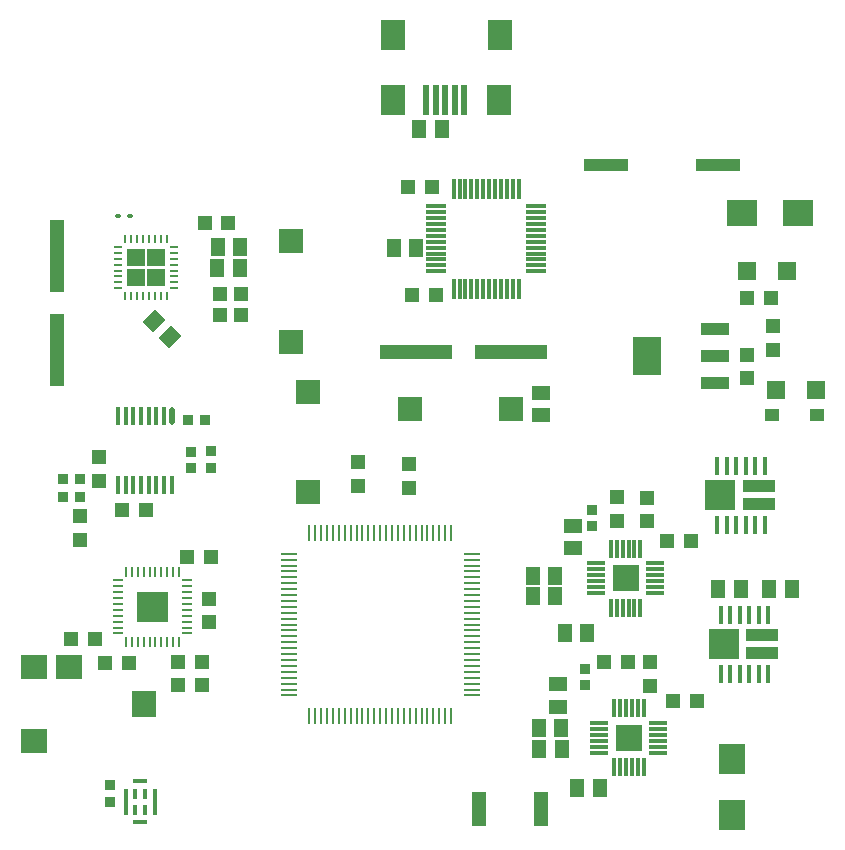
<source format=gtp>
G04*
G04 #@! TF.GenerationSoftware,Altium Limited,Altium Designer,20.0.2 (26)*
G04*
G04 Layer_Color=8421504*
%FSLAX25Y25*%
%MOIN*%
G70*
G01*
G75*
%ADD27R,0.05000X0.05000*%
%ADD28R,0.05000X0.05000*%
%ADD29R,0.03500X0.03500*%
%ADD30R,0.03500X0.03500*%
%ADD31R,0.01968X0.09843*%
G04:AMPARAMS|DCode=32|XSize=19.29mil|YSize=11.81mil|CornerRadius=1.48mil|HoleSize=0mil|Usage=FLASHONLY|Rotation=180.000|XOffset=0mil|YOffset=0mil|HoleType=Round|Shape=RoundedRectangle|*
%AMROUNDEDRECTD32*
21,1,0.01929,0.00886,0,0,180.0*
21,1,0.01634,0.01181,0,0,180.0*
1,1,0.00295,-0.00817,0.00443*
1,1,0.00295,0.00817,0.00443*
1,1,0.00295,0.00817,-0.00443*
1,1,0.00295,-0.00817,-0.00443*
%
%ADD32ROUNDEDRECTD32*%
%ADD33R,0.05118X0.05906*%
%ADD34R,0.09449X0.12992*%
%ADD35R,0.09449X0.03937*%
%ADD36R,0.09843X0.09055*%
%ADD37R,0.06000X0.06000*%
%ADD38R,0.15000X0.04331*%
%ADD39R,0.04724X0.04331*%
%ADD40R,0.09055X0.09843*%
%ADD41R,0.04921X0.11811*%
%ADD42R,0.05906X0.05118*%
%ADD43R,0.10236X0.10236*%
%ADD44R,0.10630X0.04331*%
%ADD45R,0.01575X0.05906*%
%ADD46R,0.01181X0.05906*%
%ADD47R,0.05906X0.01181*%
%ADD48R,0.09055X0.09055*%
%ADD49R,0.01000X0.05807*%
%ADD50R,0.05807X0.01000*%
%ADD51R,0.08465X0.08465*%
%ADD52R,0.07874X0.07874*%
%ADD53O,0.01772X0.05906*%
%ADD54R,0.01772X0.05906*%
%ADD55R,0.09055X0.08268*%
%ADD56R,0.09055X0.07874*%
%ADD57R,0.07874X0.09055*%
G04:AMPARAMS|DCode=58|XSize=33.07mil|YSize=9.84mil|CornerRadius=2.36mil|HoleSize=0mil|Usage=FLASHONLY|Rotation=90.000|XOffset=0mil|YOffset=0mil|HoleType=Round|Shape=RoundedRectangle|*
%AMROUNDEDRECTD58*
21,1,0.03307,0.00512,0,0,90.0*
21,1,0.02835,0.00984,0,0,90.0*
1,1,0.00472,0.00256,0.01417*
1,1,0.00472,0.00256,-0.01417*
1,1,0.00472,-0.00256,-0.01417*
1,1,0.00472,-0.00256,0.01417*
%
%ADD58ROUNDEDRECTD58*%
G04:AMPARAMS|DCode=59|XSize=33.07mil|YSize=9.84mil|CornerRadius=2.36mil|HoleSize=0mil|Usage=FLASHONLY|Rotation=0.000|XOffset=0mil|YOffset=0mil|HoleType=Round|Shape=RoundedRectangle|*
%AMROUNDEDRECTD59*
21,1,0.03307,0.00512,0,0,0.0*
21,1,0.02835,0.00984,0,0,0.0*
1,1,0.00472,0.01417,-0.00256*
1,1,0.00472,-0.01417,-0.00256*
1,1,0.00472,-0.01417,0.00256*
1,1,0.00472,0.01417,0.00256*
%
%ADD59ROUNDEDRECTD59*%
%ADD60R,0.01378X0.09055*%
%ADD61R,0.05118X0.01378*%
%ADD62R,0.01575X0.03740*%
%ADD63R,0.04724X0.04724*%
G04:AMPARAMS|DCode=64|XSize=23.62mil|YSize=9.84mil|CornerRadius=1.23mil|HoleSize=0mil|Usage=FLASHONLY|Rotation=0.000|XOffset=0mil|YOffset=0mil|HoleType=Round|Shape=RoundedRectangle|*
%AMROUNDEDRECTD64*
21,1,0.02362,0.00738,0,0,0.0*
21,1,0.02116,0.00984,0,0,0.0*
1,1,0.00246,0.01058,-0.00369*
1,1,0.00246,-0.01058,-0.00369*
1,1,0.00246,-0.01058,0.00369*
1,1,0.00246,0.01058,0.00369*
%
%ADD64ROUNDEDRECTD64*%
G04:AMPARAMS|DCode=65|XSize=23.62mil|YSize=9.84mil|CornerRadius=1.23mil|HoleSize=0mil|Usage=FLASHONLY|Rotation=270.000|XOffset=0mil|YOffset=0mil|HoleType=Round|Shape=RoundedRectangle|*
%AMROUNDEDRECTD65*
21,1,0.02362,0.00738,0,0,270.0*
21,1,0.02116,0.00984,0,0,270.0*
1,1,0.00246,-0.00369,-0.01058*
1,1,0.00246,-0.00369,0.01058*
1,1,0.00246,0.00369,0.01058*
1,1,0.00246,0.00369,-0.01058*
%
%ADD65ROUNDEDRECTD65*%
G04:AMPARAMS|DCode=66|XSize=51.18mil|YSize=59.06mil|CornerRadius=0mil|HoleSize=0mil|Usage=FLASHONLY|Rotation=315.000|XOffset=0mil|YOffset=0mil|HoleType=Round|Shape=Rectangle|*
%AMROTATEDRECTD66*
4,1,4,-0.03897,-0.00278,0.00278,0.03897,0.03897,0.00278,-0.00278,-0.03897,-0.03897,-0.00278,0.0*
%
%ADD66ROTATEDRECTD66*%

%ADD67R,0.04724X0.24000*%
%ADD68R,0.07874X0.09843*%
%ADD69R,0.01181X0.06693*%
%ADD70R,0.06693X0.01181*%
%ADD71R,0.24000X0.04724*%
%ADD72R,0.08465X0.08465*%
%ADD73R,0.07874X0.07874*%
G36*
X10760Y188894D02*
X4894D01*
Y194760D01*
X10760D01*
Y188894D01*
D02*
G37*
G36*
X4106D02*
X-1760D01*
Y194760D01*
X4106D01*
Y188894D01*
D02*
G37*
G36*
X10760Y182240D02*
X4894D01*
Y188106D01*
X10760D01*
Y182240D01*
D02*
G37*
G36*
X4106D02*
X-1760D01*
Y188106D01*
X4106D01*
Y182240D01*
D02*
G37*
G36*
X11818Y70272D02*
X1572D01*
Y80518D01*
X11818D01*
Y70272D01*
D02*
G37*
D27*
X75200Y123637D02*
D03*
Y115763D02*
D03*
X92300Y123037D02*
D03*
Y115163D02*
D03*
X25600Y70263D02*
D03*
Y78137D02*
D03*
X-11000Y117463D02*
D03*
Y125337D02*
D03*
X-17400Y105537D02*
D03*
Y97663D02*
D03*
X213400Y161163D02*
D03*
Y169037D02*
D03*
X205000Y159437D02*
D03*
Y151563D02*
D03*
X172700Y49163D02*
D03*
Y57037D02*
D03*
X161600Y111937D02*
D03*
Y104063D02*
D03*
X171400Y103926D02*
D03*
Y111800D02*
D03*
D28*
X18163Y92100D02*
D03*
X26037D02*
D03*
X4437Y107700D02*
D03*
X-3437D02*
D03*
X91963Y215200D02*
D03*
X99837D02*
D03*
X204863Y178400D02*
D03*
X212737D02*
D03*
X165037Y57100D02*
D03*
X157163D02*
D03*
X180263Y44000D02*
D03*
X188137D02*
D03*
X15263Y57000D02*
D03*
X23137D02*
D03*
X15263Y49500D02*
D03*
X23137D02*
D03*
X-1263Y56800D02*
D03*
X-9137D02*
D03*
X-12463Y64700D02*
D03*
X-20337D02*
D03*
X178163Y97500D02*
D03*
X186037D02*
D03*
X24051Y203500D02*
D03*
X31925D02*
D03*
X101037Y179500D02*
D03*
X93163D02*
D03*
D29*
X-7500Y15950D02*
D03*
Y10450D02*
D03*
X150900Y49350D02*
D03*
Y54850D02*
D03*
X26200Y121750D02*
D03*
Y127250D02*
D03*
X19400Y121550D02*
D03*
Y127050D02*
D03*
X153100Y102250D02*
D03*
Y107750D02*
D03*
D30*
X18650Y137600D02*
D03*
X24150D02*
D03*
X-17550Y112100D02*
D03*
X-23050D02*
D03*
X-17600Y117900D02*
D03*
X-23100D02*
D03*
D31*
X104323Y244500D02*
D03*
X107472D02*
D03*
X98024D02*
D03*
X101173D02*
D03*
X110622D02*
D03*
D32*
X-712Y205800D02*
D03*
X-4688D02*
D03*
D33*
X155840Y15000D02*
D03*
X148360D02*
D03*
X144060Y66800D02*
D03*
X151541D02*
D03*
X87160Y194900D02*
D03*
X94640D02*
D03*
X103140Y234700D02*
D03*
X95660D02*
D03*
X202741Y81500D02*
D03*
X195260D02*
D03*
X219841Y81400D02*
D03*
X212360D02*
D03*
X142940Y35100D02*
D03*
X135460D02*
D03*
X143140Y28000D02*
D03*
X135660D02*
D03*
X140940Y85700D02*
D03*
X133460D02*
D03*
X140940Y78900D02*
D03*
X133460D02*
D03*
X28359Y188400D02*
D03*
X35840D02*
D03*
X28460Y195200D02*
D03*
X35940D02*
D03*
D34*
X171483Y159100D02*
D03*
D35*
X194317Y168155D02*
D03*
X194317Y159100D02*
D03*
X194317Y150045D02*
D03*
D36*
X203332Y206700D02*
D03*
X221852D02*
D03*
D37*
X227949Y147819D02*
D03*
X214449D02*
D03*
X218249Y187520D02*
D03*
X204749D02*
D03*
D38*
X195201Y222800D02*
D03*
X157799D02*
D03*
D39*
X213127Y139278D02*
D03*
X228327D02*
D03*
D40*
X199800Y6032D02*
D03*
Y24552D02*
D03*
D41*
X136335Y8000D02*
D03*
X115665D02*
D03*
D42*
X141800Y42160D02*
D03*
Y49640D02*
D03*
X146800Y94859D02*
D03*
Y102340D02*
D03*
X136200Y139260D02*
D03*
Y146740D02*
D03*
D43*
X197110Y63000D02*
D03*
X196010Y112600D02*
D03*
D44*
X209906Y65953D02*
D03*
Y60047D02*
D03*
X208805Y115553D02*
D03*
Y109647D02*
D03*
D45*
X196126Y72843D02*
D03*
X199276D02*
D03*
X202425D02*
D03*
X205575D02*
D03*
X208724D02*
D03*
X211874D02*
D03*
Y53158D02*
D03*
X208724D02*
D03*
X205575D02*
D03*
X202425D02*
D03*
X199276D02*
D03*
X196126D02*
D03*
X195026Y122442D02*
D03*
X198176D02*
D03*
X201325D02*
D03*
X204475D02*
D03*
X207624D02*
D03*
X210774D02*
D03*
Y102758D02*
D03*
X207624D02*
D03*
X204475D02*
D03*
X201325D02*
D03*
X198176D02*
D03*
X195026D02*
D03*
D46*
X170369Y41600D02*
D03*
X168400D02*
D03*
X166431D02*
D03*
X164463D02*
D03*
X162495D02*
D03*
X160526D02*
D03*
Y21915D02*
D03*
X162495Y21899D02*
D03*
X164463D02*
D03*
X166431D02*
D03*
X168400D02*
D03*
X170369D02*
D03*
X169321Y94842D02*
D03*
X167353D02*
D03*
X165384D02*
D03*
X163416D02*
D03*
X161447D02*
D03*
X159479D02*
D03*
Y75157D02*
D03*
X161447Y75142D02*
D03*
X163416D02*
D03*
X165384D02*
D03*
X167353D02*
D03*
X169321D02*
D03*
D47*
X155605Y36679D02*
D03*
Y34710D02*
D03*
Y32742D02*
D03*
Y30773D02*
D03*
Y28805D02*
D03*
Y26836D02*
D03*
X175290D02*
D03*
Y28805D02*
D03*
Y30773D02*
D03*
Y32742D02*
D03*
Y34710D02*
D03*
Y36679D02*
D03*
X154558Y89921D02*
D03*
Y87953D02*
D03*
Y85984D02*
D03*
Y84016D02*
D03*
Y82047D02*
D03*
Y80079D02*
D03*
X174242D02*
D03*
Y82047D02*
D03*
Y84016D02*
D03*
Y85984D02*
D03*
Y87953D02*
D03*
Y89921D02*
D03*
D48*
X165447Y31758D02*
D03*
X164400Y85000D02*
D03*
D49*
X106222Y99965D02*
D03*
X104253D02*
D03*
X102285D02*
D03*
X100317D02*
D03*
X98348D02*
D03*
X96380D02*
D03*
X94411D02*
D03*
X92443D02*
D03*
X90474D02*
D03*
X88506D02*
D03*
X86537D02*
D03*
X84569D02*
D03*
X82600D02*
D03*
X80632D02*
D03*
X78663D02*
D03*
X76695D02*
D03*
X74726D02*
D03*
X72758D02*
D03*
X70789D02*
D03*
X68821D02*
D03*
X66852D02*
D03*
X64884D02*
D03*
X62915D02*
D03*
X60947D02*
D03*
X58978D02*
D03*
Y39035D02*
D03*
X60947D02*
D03*
X62915D02*
D03*
X64884D02*
D03*
X66852D02*
D03*
X68821D02*
D03*
X70789D02*
D03*
X72758D02*
D03*
X74726D02*
D03*
X76695D02*
D03*
X78663D02*
D03*
X80632D02*
D03*
X82600D02*
D03*
X84569D02*
D03*
X86537D02*
D03*
X88506D02*
D03*
X90474D02*
D03*
X92443D02*
D03*
X94411D02*
D03*
X96380D02*
D03*
X98348D02*
D03*
X100317D02*
D03*
X102285D02*
D03*
X104253D02*
D03*
X106222D02*
D03*
D50*
X52135Y93122D02*
D03*
Y91154D02*
D03*
Y89185D02*
D03*
Y87217D02*
D03*
Y85248D02*
D03*
Y83280D02*
D03*
Y81311D02*
D03*
Y79343D02*
D03*
Y77374D02*
D03*
Y75406D02*
D03*
Y73437D02*
D03*
Y71469D02*
D03*
Y69500D02*
D03*
Y67532D02*
D03*
Y65563D02*
D03*
Y63595D02*
D03*
Y61626D02*
D03*
Y59658D02*
D03*
Y57689D02*
D03*
Y55721D02*
D03*
Y53752D02*
D03*
Y51784D02*
D03*
Y49815D02*
D03*
Y47846D02*
D03*
Y45878D02*
D03*
X113065D02*
D03*
Y47846D02*
D03*
Y49815D02*
D03*
Y51784D02*
D03*
Y53752D02*
D03*
Y55721D02*
D03*
Y57689D02*
D03*
Y59658D02*
D03*
Y61626D02*
D03*
Y63595D02*
D03*
Y65563D02*
D03*
Y67532D02*
D03*
Y69500D02*
D03*
Y71469D02*
D03*
Y73437D02*
D03*
Y75406D02*
D03*
Y77374D02*
D03*
Y79343D02*
D03*
Y81311D02*
D03*
Y83280D02*
D03*
Y85248D02*
D03*
Y87217D02*
D03*
Y89185D02*
D03*
Y91154D02*
D03*
Y93122D02*
D03*
D51*
X58400Y113700D02*
D03*
X53000Y197300D02*
D03*
D52*
X58400Y147165D02*
D03*
X53000Y163835D02*
D03*
D53*
X13150Y138950D02*
D03*
D54*
X10591D02*
D03*
X8032D02*
D03*
X5472D02*
D03*
X2913D02*
D03*
X354D02*
D03*
X-2205D02*
D03*
X-4764D02*
D03*
X13150Y115918D02*
D03*
X10591D02*
D03*
X8032D02*
D03*
X5472D02*
D03*
X2913D02*
D03*
X354D02*
D03*
X-2205D02*
D03*
X-4764D02*
D03*
D55*
X-32892Y30598D02*
D03*
D56*
X-21081Y55205D02*
D03*
X-32892D02*
D03*
D57*
X3722Y43000D02*
D03*
D58*
X-2158Y86955D02*
D03*
X-190D02*
D03*
X1779D02*
D03*
X3747D02*
D03*
X5716D02*
D03*
X7684D02*
D03*
X9653D02*
D03*
X11621D02*
D03*
X13590D02*
D03*
X15558D02*
D03*
Y63845D02*
D03*
X13590D02*
D03*
X11621D02*
D03*
X9653D02*
D03*
X7684D02*
D03*
X5716D02*
D03*
X3747D02*
D03*
X1779D02*
D03*
X-190D02*
D03*
X-2158D02*
D03*
D59*
X18255Y84258D02*
D03*
Y82290D02*
D03*
Y80321D02*
D03*
Y78353D02*
D03*
Y76384D02*
D03*
Y74416D02*
D03*
Y72447D02*
D03*
Y70479D02*
D03*
Y68510D02*
D03*
Y66542D02*
D03*
X-4855D02*
D03*
Y68510D02*
D03*
Y70479D02*
D03*
Y72447D02*
D03*
Y74416D02*
D03*
Y76384D02*
D03*
Y78353D02*
D03*
Y80321D02*
D03*
Y82290D02*
D03*
Y84258D02*
D03*
D60*
X-2251Y10442D02*
D03*
X7395D02*
D03*
D61*
X2572Y17234D02*
D03*
Y3651D02*
D03*
D62*
X4343Y13100D02*
D03*
Y7785D02*
D03*
X800Y13100D02*
D03*
Y7785D02*
D03*
D63*
X29175Y179800D02*
D03*
X36175D02*
D03*
X29175Y172800D02*
D03*
X36175D02*
D03*
D64*
X-4949Y195390D02*
D03*
Y193421D02*
D03*
Y191453D02*
D03*
Y189484D02*
D03*
Y187516D02*
D03*
Y185547D02*
D03*
Y183579D02*
D03*
Y181610D02*
D03*
X13949D02*
D03*
Y183579D02*
D03*
Y185547D02*
D03*
Y187516D02*
D03*
Y189484D02*
D03*
Y191453D02*
D03*
Y193421D02*
D03*
Y195390D02*
D03*
D65*
X11390Y197949D02*
D03*
X9421D02*
D03*
X7453D02*
D03*
X5484D02*
D03*
X3516D02*
D03*
X1547D02*
D03*
X-421D02*
D03*
X-2390D02*
D03*
Y179051D02*
D03*
X-421D02*
D03*
X1547D02*
D03*
X3516D02*
D03*
X5484D02*
D03*
X7453D02*
D03*
X9421D02*
D03*
X11390D02*
D03*
D66*
X7355Y170745D02*
D03*
X12644Y165455D02*
D03*
D67*
X-25000Y192496D02*
D03*
Y161000D02*
D03*
D68*
X87000Y266154D02*
D03*
X122433D02*
D03*
X87000Y244500D02*
D03*
X122039D02*
D03*
D69*
X107073Y181415D02*
D03*
X109042D02*
D03*
X111010D02*
D03*
X112979D02*
D03*
X114947D02*
D03*
X116916D02*
D03*
X118884D02*
D03*
X120853D02*
D03*
X122821D02*
D03*
X124790D02*
D03*
X126758D02*
D03*
X128727D02*
D03*
Y214785D02*
D03*
X126758D02*
D03*
X124790D02*
D03*
X122821D02*
D03*
X120853D02*
D03*
X118884D02*
D03*
X116916D02*
D03*
X114947D02*
D03*
X112979D02*
D03*
X111010D02*
D03*
X109042D02*
D03*
X107073D02*
D03*
D70*
X134585Y187273D02*
D03*
Y189242D02*
D03*
Y191210D02*
D03*
Y193179D02*
D03*
Y195147D02*
D03*
Y197116D02*
D03*
Y199084D02*
D03*
Y201053D02*
D03*
Y203021D02*
D03*
Y204990D02*
D03*
Y206958D02*
D03*
Y208927D02*
D03*
X101215D02*
D03*
Y206958D02*
D03*
Y204990D02*
D03*
Y203021D02*
D03*
Y201053D02*
D03*
Y199084D02*
D03*
Y197116D02*
D03*
Y195147D02*
D03*
Y193179D02*
D03*
Y191210D02*
D03*
Y189242D02*
D03*
Y187273D02*
D03*
D71*
X94600Y160500D02*
D03*
X126096D02*
D03*
D72*
X126041Y141500D02*
D03*
D73*
X92577D02*
D03*
M02*

</source>
